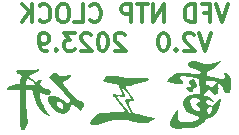
<source format=gbr>
%TF.GenerationSoftware,KiCad,Pcbnew,7.0.2*%
%TF.CreationDate,2023-09-30T04:37:45+09:00*%
%TF.ProjectId,VFD_NTP_CLOCK_V2.0,5646445f-4e54-4505-9f43-4c4f434b5f56,rev?*%
%TF.SameCoordinates,PX5e78920PY6f7ffe8*%
%TF.FileFunction,Legend,Bot*%
%TF.FilePolarity,Positive*%
%FSLAX46Y46*%
G04 Gerber Fmt 4.6, Leading zero omitted, Abs format (unit mm)*
G04 Created by KiCad (PCBNEW 7.0.2) date 2023-09-30 04:37:45*
%MOMM*%
%LPD*%
G01*
G04 APERTURE LIST*
%ADD10C,0.300000*%
G04 APERTURE END LIST*
D10*
X31010713Y59815772D02*
X30510713Y58315772D01*
X30510713Y58315772D02*
X30010713Y59815772D01*
X29010714Y59101486D02*
X29510714Y59101486D01*
X29510714Y58315772D02*
X29510714Y59815772D01*
X29510714Y59815772D02*
X28796428Y59815772D01*
X28225000Y58315772D02*
X28225000Y59815772D01*
X28225000Y59815772D02*
X27867857Y59815772D01*
X27867857Y59815772D02*
X27653571Y59744343D01*
X27653571Y59744343D02*
X27510714Y59601486D01*
X27510714Y59601486D02*
X27439285Y59458629D01*
X27439285Y59458629D02*
X27367857Y59172915D01*
X27367857Y59172915D02*
X27367857Y58958629D01*
X27367857Y58958629D02*
X27439285Y58672915D01*
X27439285Y58672915D02*
X27510714Y58530058D01*
X27510714Y58530058D02*
X27653571Y58387200D01*
X27653571Y58387200D02*
X27867857Y58315772D01*
X27867857Y58315772D02*
X28225000Y58315772D01*
X25582143Y58315772D02*
X25582143Y59815772D01*
X25582143Y59815772D02*
X24725000Y58315772D01*
X24725000Y58315772D02*
X24725000Y59815772D01*
X24224999Y59815772D02*
X23367857Y59815772D01*
X23796428Y58315772D02*
X23796428Y59815772D01*
X22867857Y58315772D02*
X22867857Y59815772D01*
X22867857Y59815772D02*
X22296428Y59815772D01*
X22296428Y59815772D02*
X22153571Y59744343D01*
X22153571Y59744343D02*
X22082142Y59672915D01*
X22082142Y59672915D02*
X22010714Y59530058D01*
X22010714Y59530058D02*
X22010714Y59315772D01*
X22010714Y59315772D02*
X22082142Y59172915D01*
X22082142Y59172915D02*
X22153571Y59101486D01*
X22153571Y59101486D02*
X22296428Y59030058D01*
X22296428Y59030058D02*
X22867857Y59030058D01*
X19367857Y58458629D02*
X19439285Y58387200D01*
X19439285Y58387200D02*
X19653571Y58315772D01*
X19653571Y58315772D02*
X19796428Y58315772D01*
X19796428Y58315772D02*
X20010714Y58387200D01*
X20010714Y58387200D02*
X20153571Y58530058D01*
X20153571Y58530058D02*
X20225000Y58672915D01*
X20225000Y58672915D02*
X20296428Y58958629D01*
X20296428Y58958629D02*
X20296428Y59172915D01*
X20296428Y59172915D02*
X20225000Y59458629D01*
X20225000Y59458629D02*
X20153571Y59601486D01*
X20153571Y59601486D02*
X20010714Y59744343D01*
X20010714Y59744343D02*
X19796428Y59815772D01*
X19796428Y59815772D02*
X19653571Y59815772D01*
X19653571Y59815772D02*
X19439285Y59744343D01*
X19439285Y59744343D02*
X19367857Y59672915D01*
X18010714Y58315772D02*
X18725000Y58315772D01*
X18725000Y58315772D02*
X18725000Y59815772D01*
X17224999Y59815772D02*
X16939285Y59815772D01*
X16939285Y59815772D02*
X16796428Y59744343D01*
X16796428Y59744343D02*
X16653571Y59601486D01*
X16653571Y59601486D02*
X16582142Y59315772D01*
X16582142Y59315772D02*
X16582142Y58815772D01*
X16582142Y58815772D02*
X16653571Y58530058D01*
X16653571Y58530058D02*
X16796428Y58387200D01*
X16796428Y58387200D02*
X16939285Y58315772D01*
X16939285Y58315772D02*
X17224999Y58315772D01*
X17224999Y58315772D02*
X17367857Y58387200D01*
X17367857Y58387200D02*
X17510714Y58530058D01*
X17510714Y58530058D02*
X17582142Y58815772D01*
X17582142Y58815772D02*
X17582142Y59315772D01*
X17582142Y59315772D02*
X17510714Y59601486D01*
X17510714Y59601486D02*
X17367857Y59744343D01*
X17367857Y59744343D02*
X17224999Y59815772D01*
X15082142Y58458629D02*
X15153570Y58387200D01*
X15153570Y58387200D02*
X15367856Y58315772D01*
X15367856Y58315772D02*
X15510713Y58315772D01*
X15510713Y58315772D02*
X15724999Y58387200D01*
X15724999Y58387200D02*
X15867856Y58530058D01*
X15867856Y58530058D02*
X15939285Y58672915D01*
X15939285Y58672915D02*
X16010713Y58958629D01*
X16010713Y58958629D02*
X16010713Y59172915D01*
X16010713Y59172915D02*
X15939285Y59458629D01*
X15939285Y59458629D02*
X15867856Y59601486D01*
X15867856Y59601486D02*
X15724999Y59744343D01*
X15724999Y59744343D02*
X15510713Y59815772D01*
X15510713Y59815772D02*
X15367856Y59815772D01*
X15367856Y59815772D02*
X15153570Y59744343D01*
X15153570Y59744343D02*
X15082142Y59672915D01*
X14439285Y58315772D02*
X14439285Y59815772D01*
X13582142Y58315772D02*
X14224999Y59172915D01*
X13582142Y59815772D02*
X14439285Y58958629D01*
X29582140Y57385772D02*
X29082140Y55885772D01*
X29082140Y55885772D02*
X28582140Y57385772D01*
X28153569Y57242915D02*
X28082141Y57314343D01*
X28082141Y57314343D02*
X27939284Y57385772D01*
X27939284Y57385772D02*
X27582141Y57385772D01*
X27582141Y57385772D02*
X27439284Y57314343D01*
X27439284Y57314343D02*
X27367855Y57242915D01*
X27367855Y57242915D02*
X27296426Y57100058D01*
X27296426Y57100058D02*
X27296426Y56957200D01*
X27296426Y56957200D02*
X27367855Y56742915D01*
X27367855Y56742915D02*
X28224998Y55885772D01*
X28224998Y55885772D02*
X27296426Y55885772D01*
X26653570Y56028629D02*
X26582141Y55957200D01*
X26582141Y55957200D02*
X26653570Y55885772D01*
X26653570Y55885772D02*
X26724998Y55957200D01*
X26724998Y55957200D02*
X26653570Y56028629D01*
X26653570Y56028629D02*
X26653570Y55885772D01*
X25653569Y57385772D02*
X25510712Y57385772D01*
X25510712Y57385772D02*
X25367855Y57314343D01*
X25367855Y57314343D02*
X25296427Y57242915D01*
X25296427Y57242915D02*
X25224998Y57100058D01*
X25224998Y57100058D02*
X25153569Y56814343D01*
X25153569Y56814343D02*
X25153569Y56457200D01*
X25153569Y56457200D02*
X25224998Y56171486D01*
X25224998Y56171486D02*
X25296427Y56028629D01*
X25296427Y56028629D02*
X25367855Y55957200D01*
X25367855Y55957200D02*
X25510712Y55885772D01*
X25510712Y55885772D02*
X25653569Y55885772D01*
X25653569Y55885772D02*
X25796427Y55957200D01*
X25796427Y55957200D02*
X25867855Y56028629D01*
X25867855Y56028629D02*
X25939284Y56171486D01*
X25939284Y56171486D02*
X26010712Y56457200D01*
X26010712Y56457200D02*
X26010712Y56814343D01*
X26010712Y56814343D02*
X25939284Y57100058D01*
X25939284Y57100058D02*
X25867855Y57242915D01*
X25867855Y57242915D02*
X25796427Y57314343D01*
X25796427Y57314343D02*
X25653569Y57385772D01*
X22296427Y57242915D02*
X22224999Y57314343D01*
X22224999Y57314343D02*
X22082142Y57385772D01*
X22082142Y57385772D02*
X21724999Y57385772D01*
X21724999Y57385772D02*
X21582142Y57314343D01*
X21582142Y57314343D02*
X21510713Y57242915D01*
X21510713Y57242915D02*
X21439284Y57100058D01*
X21439284Y57100058D02*
X21439284Y56957200D01*
X21439284Y56957200D02*
X21510713Y56742915D01*
X21510713Y56742915D02*
X22367856Y55885772D01*
X22367856Y55885772D02*
X21439284Y55885772D01*
X20510713Y57385772D02*
X20367856Y57385772D01*
X20367856Y57385772D02*
X20224999Y57314343D01*
X20224999Y57314343D02*
X20153571Y57242915D01*
X20153571Y57242915D02*
X20082142Y57100058D01*
X20082142Y57100058D02*
X20010713Y56814343D01*
X20010713Y56814343D02*
X20010713Y56457200D01*
X20010713Y56457200D02*
X20082142Y56171486D01*
X20082142Y56171486D02*
X20153571Y56028629D01*
X20153571Y56028629D02*
X20224999Y55957200D01*
X20224999Y55957200D02*
X20367856Y55885772D01*
X20367856Y55885772D02*
X20510713Y55885772D01*
X20510713Y55885772D02*
X20653571Y55957200D01*
X20653571Y55957200D02*
X20724999Y56028629D01*
X20724999Y56028629D02*
X20796428Y56171486D01*
X20796428Y56171486D02*
X20867856Y56457200D01*
X20867856Y56457200D02*
X20867856Y56814343D01*
X20867856Y56814343D02*
X20796428Y57100058D01*
X20796428Y57100058D02*
X20724999Y57242915D01*
X20724999Y57242915D02*
X20653571Y57314343D01*
X20653571Y57314343D02*
X20510713Y57385772D01*
X19439285Y57242915D02*
X19367857Y57314343D01*
X19367857Y57314343D02*
X19225000Y57385772D01*
X19225000Y57385772D02*
X18867857Y57385772D01*
X18867857Y57385772D02*
X18725000Y57314343D01*
X18725000Y57314343D02*
X18653571Y57242915D01*
X18653571Y57242915D02*
X18582142Y57100058D01*
X18582142Y57100058D02*
X18582142Y56957200D01*
X18582142Y56957200D02*
X18653571Y56742915D01*
X18653571Y56742915D02*
X19510714Y55885772D01*
X19510714Y55885772D02*
X18582142Y55885772D01*
X18082143Y57385772D02*
X17153571Y57385772D01*
X17153571Y57385772D02*
X17653571Y56814343D01*
X17653571Y56814343D02*
X17439286Y56814343D01*
X17439286Y56814343D02*
X17296429Y56742915D01*
X17296429Y56742915D02*
X17225000Y56671486D01*
X17225000Y56671486D02*
X17153571Y56528629D01*
X17153571Y56528629D02*
X17153571Y56171486D01*
X17153571Y56171486D02*
X17225000Y56028629D01*
X17225000Y56028629D02*
X17296429Y55957200D01*
X17296429Y55957200D02*
X17439286Y55885772D01*
X17439286Y55885772D02*
X17867857Y55885772D01*
X17867857Y55885772D02*
X18010714Y55957200D01*
X18010714Y55957200D02*
X18082143Y56028629D01*
X16510715Y56028629D02*
X16439286Y55957200D01*
X16439286Y55957200D02*
X16510715Y55885772D01*
X16510715Y55885772D02*
X16582143Y55957200D01*
X16582143Y55957200D02*
X16510715Y56028629D01*
X16510715Y56028629D02*
X16510715Y55885772D01*
X15725000Y55885772D02*
X15439286Y55885772D01*
X15439286Y55885772D02*
X15296429Y55957200D01*
X15296429Y55957200D02*
X15225000Y56028629D01*
X15225000Y56028629D02*
X15082143Y56242915D01*
X15082143Y56242915D02*
X15010714Y56528629D01*
X15010714Y56528629D02*
X15010714Y57100058D01*
X15010714Y57100058D02*
X15082143Y57242915D01*
X15082143Y57242915D02*
X15153572Y57314343D01*
X15153572Y57314343D02*
X15296429Y57385772D01*
X15296429Y57385772D02*
X15582143Y57385772D01*
X15582143Y57385772D02*
X15725000Y57314343D01*
X15725000Y57314343D02*
X15796429Y57242915D01*
X15796429Y57242915D02*
X15867857Y57100058D01*
X15867857Y57100058D02*
X15867857Y56742915D01*
X15867857Y56742915D02*
X15796429Y56600058D01*
X15796429Y56600058D02*
X15725000Y56528629D01*
X15725000Y56528629D02*
X15582143Y56457200D01*
X15582143Y56457200D02*
X15296429Y56457200D01*
X15296429Y56457200D02*
X15153572Y56528629D01*
X15153572Y56528629D02*
X15082143Y56600058D01*
X15082143Y56600058D02*
X15010714Y56742915D01*
%TO.C,G\u002A\u002A\u002A*%
G36*
X28230945Y53431094D02*
G01*
X28278990Y53341287D01*
X28297581Y53256474D01*
X28366778Y53125263D01*
X28389497Y53093784D01*
X28445991Y52960539D01*
X28399999Y52855309D01*
X28244630Y52757335D01*
X28135004Y52697895D01*
X28067217Y52622676D01*
X28070169Y52524181D01*
X28078358Y52450105D01*
X28030976Y52394348D01*
X27904639Y52413226D01*
X27693515Y52506465D01*
X27654211Y52526802D01*
X27493039Y52624049D01*
X27441094Y52695724D01*
X27497174Y52752586D01*
X27660075Y52805394D01*
X27813452Y52849015D01*
X27905599Y52900413D01*
X27900673Y52965920D01*
X27808926Y53063292D01*
X27712615Y53178670D01*
X27711656Y53283713D01*
X27823558Y53372960D01*
X27927210Y53417962D01*
X28106194Y53457173D01*
X28230945Y53431094D01*
G37*
G36*
X17681890Y51085510D02*
G01*
X17629139Y50989191D01*
X17485186Y50789570D01*
X17336714Y50650003D01*
X17327773Y50644015D01*
X17155287Y50551341D01*
X16997610Y50529494D01*
X16820968Y50581145D01*
X16591587Y50708969D01*
X16553090Y50733299D01*
X16354001Y50875038D01*
X16198185Y51027303D01*
X16056844Y51222856D01*
X15901179Y51494463D01*
X15900390Y51496130D01*
X16513535Y51496130D01*
X16520337Y51457355D01*
X16583484Y51325736D01*
X16688070Y51178175D01*
X16803475Y51060660D01*
X16873049Y51016007D01*
X16993977Y50995426D01*
X17073753Y51052535D01*
X17102093Y51162699D01*
X17068714Y51301280D01*
X16963334Y51443643D01*
X16943686Y51460775D01*
X16811948Y51534956D01*
X16671253Y51568503D01*
X16559237Y51557025D01*
X16513535Y51496130D01*
X15900390Y51496130D01*
X15811690Y51683479D01*
X15776769Y51848685D01*
X15824264Y51960936D01*
X15956019Y52038519D01*
X16098840Y52064592D01*
X16349409Y52037156D01*
X16635357Y51944619D01*
X16928665Y51796770D01*
X17201313Y51603400D01*
X17233960Y51577015D01*
X17366217Y51489260D01*
X17461315Y51453845D01*
X17524801Y51467256D01*
X17635258Y51549990D01*
X17684041Y51664816D01*
X17647819Y51733678D01*
X17543528Y51872152D01*
X17385072Y52063527D01*
X17186395Y52292061D01*
X16961440Y52542015D01*
X16724150Y52797648D01*
X16488470Y53043220D01*
X16268341Y53262989D01*
X15858956Y53660384D01*
X16082529Y53844672D01*
X16160487Y53905958D01*
X16290355Y53994260D01*
X16369186Y54028960D01*
X16390495Y54024437D01*
X16495414Y53971302D01*
X16633846Y53877580D01*
X16694070Y53834094D01*
X16819065Y53767774D01*
X16956389Y53746941D01*
X17157313Y53760086D01*
X17282750Y53774835D01*
X17478117Y53803612D01*
X17610885Y53830504D01*
X17679648Y53842734D01*
X17735969Y53817629D01*
X17719723Y53746339D01*
X17643967Y53644780D01*
X17521757Y53528869D01*
X17366149Y53414523D01*
X17190200Y53317658D01*
X17087753Y53255138D01*
X17040263Y53190986D01*
X17059514Y53134175D01*
X17148978Y52994608D01*
X17298470Y52802692D01*
X17493686Y52575564D01*
X17720322Y52330363D01*
X17964073Y52084226D01*
X17983684Y52065180D01*
X18201193Y51861608D01*
X18357401Y51734445D01*
X18467165Y51673018D01*
X18545341Y51666653D01*
X18644211Y51663895D01*
X18759915Y51562909D01*
X18772286Y51544686D01*
X18846473Y51359042D01*
X18813784Y51175986D01*
X18671523Y50977668D01*
X18488498Y50781738D01*
X18217952Y51088550D01*
X18211793Y51095517D01*
X18069926Y51246340D01*
X17954106Y51352681D01*
X17888880Y51391908D01*
X17849756Y51361441D01*
X17771605Y51250002D01*
X17723989Y51162699D01*
X17681890Y51085510D01*
G37*
G36*
X15143567Y53032210D02*
G01*
X15198096Y52950679D01*
X15326329Y52828380D01*
X15429801Y52740707D01*
X15591913Y52650117D01*
X15766221Y52624631D01*
X15886424Y52617946D01*
X15977271Y52576629D01*
X16021489Y52477278D01*
X16033566Y52410715D01*
X16006671Y52260886D01*
X15892493Y52180630D01*
X15698163Y52172806D01*
X15430816Y52240279D01*
X15387629Y52254492D01*
X15231489Y52286344D01*
X15143070Y52270615D01*
X15141884Y52269434D01*
X15112225Y52163454D01*
X15134995Y51981654D01*
X15200705Y51746973D01*
X15299864Y51482350D01*
X15422983Y51210723D01*
X15560570Y50955030D01*
X15703136Y50738211D01*
X15841190Y50583203D01*
X15964069Y50459096D01*
X15988758Y50386542D01*
X15910312Y50369155D01*
X15728439Y50406478D01*
X15521935Y50491412D01*
X15250604Y50707058D01*
X15013390Y51032583D01*
X14809703Y51468859D01*
X14638954Y52016756D01*
X14624300Y52072310D01*
X14559847Y52283905D01*
X14497853Y52443283D01*
X14449965Y52519463D01*
X14443948Y52522992D01*
X14331545Y52549408D01*
X14172521Y52551838D01*
X13967682Y52536564D01*
X13967682Y51541633D01*
X13971976Y51147111D01*
X13987202Y50743572D01*
X14012380Y50419023D01*
X14046407Y50192365D01*
X14075404Y50053169D01*
X14095727Y49886313D01*
X14080904Y49754379D01*
X14029543Y49609253D01*
X14011184Y49567229D01*
X13922932Y49397457D01*
X13839329Y49275918D01*
X13727358Y49195428D01*
X13590961Y49177652D01*
X13488302Y49244513D01*
X13487501Y49245979D01*
X13475138Y49328532D01*
X13464022Y49511287D01*
X13454599Y49778382D01*
X13447316Y50113959D01*
X13442619Y50502157D01*
X13440954Y50927117D01*
X13440954Y52536564D01*
X12914226Y52536564D01*
X12680389Y52537979D01*
X12517272Y52546145D01*
X12426517Y52566624D01*
X12384849Y52604973D01*
X12368992Y52666750D01*
X12367335Y52698823D01*
X12425568Y52829889D01*
X12576074Y52936230D01*
X12799169Y53007614D01*
X13075170Y53033810D01*
X13411691Y53034029D01*
X13411691Y53207735D01*
X13938154Y53207735D01*
X13956555Y53077522D01*
X14011576Y53007748D01*
X14016536Y53006227D01*
X14235227Y52959900D01*
X14431153Y52953465D01*
X14581280Y52982536D01*
X14662575Y53042730D01*
X14652007Y53129662D01*
X14578269Y53204832D01*
X14436659Y53303339D01*
X14272061Y53393597D01*
X14123184Y53454724D01*
X14028740Y53465843D01*
X14003704Y53449077D01*
X13954496Y53348287D01*
X13938154Y53207735D01*
X13411691Y53207735D01*
X13411691Y53225846D01*
X13437110Y53394672D01*
X13502870Y53547838D01*
X13543454Y53613841D01*
X13559846Y53711170D01*
X13488970Y53795248D01*
X13318315Y53889221D01*
X13216815Y53943917D01*
X13139456Y54026175D01*
X13130594Y54139520D01*
X13138616Y54194573D01*
X13165121Y54250000D01*
X13231609Y54278411D01*
X13363764Y54288127D01*
X13587267Y54287468D01*
X13837730Y54282310D01*
X14093807Y54272887D01*
X14289571Y54261402D01*
X14331785Y54258770D01*
X14574329Y54262051D01*
X14801668Y54288369D01*
X14868303Y54299522D01*
X14998653Y54306980D01*
X15048591Y54285173D01*
X15044945Y54270680D01*
X14974668Y54187260D01*
X14839440Y54079519D01*
X14671463Y53969090D01*
X14502938Y53877603D01*
X14366068Y53826691D01*
X14327962Y53817771D01*
X14229975Y53773754D01*
X14221321Y53707206D01*
X14305987Y53606081D01*
X14487957Y53458338D01*
X14505733Y53444964D01*
X14678976Y53325616D01*
X14802161Y53279151D01*
X14909840Y53301066D01*
X15036565Y53386860D01*
X15142179Y53452514D01*
X15232959Y53456014D01*
X15255707Y53373136D01*
X15199628Y53215240D01*
X15150181Y53111322D01*
X15144447Y53042730D01*
X15143567Y53032210D01*
G37*
G36*
X23240914Y50565480D02*
G01*
X23430660Y50524091D01*
X23731478Y50457912D01*
X24037780Y50380619D01*
X24374717Y50283338D01*
X24556908Y50242428D01*
X24730747Y50224813D01*
X24765580Y50223915D01*
X24860580Y50196953D01*
X24847587Y50134524D01*
X24728600Y50039385D01*
X24505620Y49914295D01*
X24235917Y49803547D01*
X23921771Y49748204D01*
X23578479Y49770863D01*
X23176117Y49870539D01*
X23099758Y49892382D01*
X22829766Y49952736D01*
X22515532Y50005536D01*
X22210449Y50041340D01*
X21920590Y50060915D01*
X21653062Y50060633D01*
X21392577Y50033542D01*
X21081845Y49976342D01*
X20977998Y49953575D01*
X20691592Y49879542D01*
X20427885Y49797156D01*
X20233228Y49720396D01*
X20160253Y49689153D01*
X19937977Y49626115D01*
X19712390Y49598287D01*
X19520826Y49608412D01*
X19400619Y49659233D01*
X19389520Y49675116D01*
X19389910Y49784055D01*
X19451877Y49943511D01*
X19558629Y50127284D01*
X19693371Y50309176D01*
X19839309Y50462987D01*
X19979648Y50562520D01*
X20008271Y50573177D01*
X20169717Y50603879D01*
X20436391Y50631469D01*
X20799412Y50655169D01*
X21249900Y50674197D01*
X21593023Y50688094D01*
X21908275Y50706183D01*
X22152402Y50726265D01*
X22310102Y50747066D01*
X22366069Y50767308D01*
X22351050Y50800613D01*
X22280126Y50907120D01*
X22171056Y51054940D01*
X22046278Y51214830D01*
X21928228Y51357546D01*
X21839341Y51453845D01*
X21801621Y51494933D01*
X21703155Y51612216D01*
X21576827Y51768088D01*
X21448297Y51930391D01*
X21403647Y51988430D01*
X21644540Y51988430D01*
X21688325Y51906347D01*
X21792025Y51758346D01*
X21942741Y51562115D01*
X22127575Y51335339D01*
X22137437Y51323556D01*
X22400654Y51013117D01*
X22597312Y50790502D01*
X22732045Y50650899D01*
X22809488Y50589498D01*
X22834272Y50601485D01*
X22822354Y50636389D01*
X22766931Y50759042D01*
X22676608Y50945182D01*
X22562822Y51170823D01*
X22516323Y51262252D01*
X22410342Y51482268D01*
X22355048Y51625235D01*
X22344465Y51709456D01*
X22372615Y51753234D01*
X22435691Y51777550D01*
X22571394Y51778752D01*
X22648108Y51771849D01*
X22768970Y51800809D01*
X22781318Y51809795D01*
X22801303Y51865728D01*
X22761902Y51966564D01*
X22655438Y52134894D01*
X22642479Y52153889D01*
X22476626Y52387353D01*
X22317495Y52595770D01*
X22179909Y52761238D01*
X22078696Y52865857D01*
X22028679Y52891723D01*
X22027679Y52890302D01*
X22036878Y52819403D01*
X22082003Y52672697D01*
X22153997Y52479944D01*
X22157074Y52472246D01*
X22232994Y52273340D01*
X22286988Y52115303D01*
X22307544Y52031739D01*
X22296032Y52010112D01*
X22196823Y51991124D01*
X21991277Y52006601D01*
X21863069Y52018258D01*
X21714872Y52017662D01*
X21644814Y51997258D01*
X21644540Y51988430D01*
X21403647Y51988430D01*
X21343229Y52066965D01*
X21287283Y52145654D01*
X21279183Y52175578D01*
X21320617Y52198216D01*
X21440611Y52199744D01*
X21657755Y52181986D01*
X21872556Y52167697D01*
X22019397Y52172117D01*
X22073442Y52194728D01*
X22073238Y52201284D01*
X22046437Y52321619D01*
X21986309Y52498801D01*
X21909631Y52690603D01*
X21833180Y52854794D01*
X21773733Y52949144D01*
X21728565Y52976346D01*
X21580921Y53030939D01*
X21365475Y53091884D01*
X21111283Y53150358D01*
X20941190Y53186326D01*
X20723020Y53235777D01*
X20568171Y53275085D01*
X20502402Y53298004D01*
X20496033Y53364310D01*
X20548328Y53481912D01*
X20640896Y53609306D01*
X20750856Y53708674D01*
X20776607Y53726004D01*
X20815983Y53750670D01*
X20860528Y53767783D01*
X20924126Y53776545D01*
X21020656Y53776157D01*
X21163999Y53765820D01*
X21368036Y53744736D01*
X21646648Y53712106D01*
X22013715Y53667132D01*
X22483120Y53609015D01*
X22673451Y53590266D01*
X22998415Y53569960D01*
X23355570Y53557549D01*
X23696097Y53555200D01*
X23939101Y53556523D01*
X24167748Y53552404D01*
X24307201Y53540132D01*
X24373222Y53518085D01*
X24381574Y53484641D01*
X24331546Y53420146D01*
X24170301Y53319901D01*
X23918454Y53218459D01*
X23591434Y53121707D01*
X23204670Y53035534D01*
X22976967Y52991458D01*
X22712596Y52937990D01*
X22535996Y52897634D01*
X22430538Y52865927D01*
X22379597Y52838408D01*
X22366545Y52810615D01*
X22389697Y52765986D01*
X22470409Y52643617D01*
X22595335Y52465862D01*
X22750155Y52253520D01*
X22878613Y52074315D01*
X23005054Y51883089D01*
X23086952Y51740637D01*
X23110788Y51668876D01*
X23107775Y51662414D01*
X23027054Y51624130D01*
X22873380Y51619893D01*
X22775267Y51622579D01*
X22657274Y51587828D01*
X22619138Y51493017D01*
X22659004Y51328017D01*
X22775018Y51082696D01*
X22833235Y50973104D01*
X22935780Y50789458D01*
X23020134Y50675449D01*
X23112959Y50608361D01*
X23133477Y50601485D01*
X23240914Y50565480D01*
G37*
G36*
X31320666Y52924034D02*
G01*
X31291543Y52632254D01*
X31199149Y52427406D01*
X31099531Y52329347D01*
X30945305Y52273589D01*
X30798840Y52323112D01*
X30674084Y52471451D01*
X30584983Y52712140D01*
X30512403Y52900527D01*
X30402330Y53039461D01*
X30280538Y53092555D01*
X30234478Y53075086D01*
X30217348Y52996484D01*
X30234467Y52830536D01*
X30241770Y52761924D01*
X30229710Y52543006D01*
X30172884Y52348578D01*
X30083227Y52209379D01*
X29972669Y52156149D01*
X29896013Y52187756D01*
X29765894Y52288409D01*
X29621090Y52434144D01*
X29608866Y52447936D01*
X29478531Y52589724D01*
X29399791Y52654343D01*
X29350586Y52653407D01*
X29308858Y52598529D01*
X29225067Y52479997D01*
X29108406Y52344427D01*
X29063428Y52294506D01*
X29012127Y52199540D01*
X29042415Y52121517D01*
X29093389Y52079355D01*
X29223607Y52039098D01*
X29224537Y52039097D01*
X29414815Y51993535D01*
X29610541Y51878967D01*
X29757788Y51726908D01*
X29782591Y51686211D01*
X29819370Y51575905D01*
X29774678Y51540042D01*
X29657146Y51590334D01*
X29562820Y51641881D01*
X29410221Y51700416D01*
X29363609Y51709821D01*
X29231609Y51696749D01*
X29224241Y51687946D01*
X29172187Y51625755D01*
X29184552Y51523086D01*
X29267910Y51414988D01*
X29421470Y51327705D01*
X29452223Y51316060D01*
X29573905Y51257004D01*
X29623212Y51209823D01*
X29645310Y51178325D01*
X29714301Y51200920D01*
X29796234Y51269815D01*
X29855721Y51361869D01*
X29871941Y51393296D01*
X29961752Y51498965D01*
X30093033Y51613797D01*
X30234731Y51714802D01*
X30355792Y51778994D01*
X30425161Y51783386D01*
X30431725Y51772605D01*
X30433796Y51669362D01*
X30400414Y51494829D01*
X30339632Y51278590D01*
X30259508Y51050229D01*
X30250820Y51030184D01*
X30168095Y50839329D01*
X30106756Y50721093D01*
X29922685Y50447947D01*
X29723179Y50276109D01*
X29496011Y50193835D01*
X29454276Y50185855D01*
X29300995Y50140134D01*
X29211451Y50087485D01*
X29200371Y50073772D01*
X29118391Y49971769D01*
X29010258Y49836758D01*
X28926208Y49744753D01*
X28706894Y49586951D01*
X28411020Y49466504D01*
X28019134Y49374336D01*
X27930722Y49360099D01*
X27648148Y49327799D01*
X27323936Y49304221D01*
X27012095Y49293689D01*
X26823371Y49293086D01*
X26603415Y49299255D01*
X26455509Y49317898D01*
X26352166Y49353290D01*
X26265897Y49409706D01*
X26180399Y49494299D01*
X26119772Y49634562D01*
X26132015Y49813139D01*
X26219131Y50046088D01*
X26383123Y50349463D01*
X26399497Y50377168D01*
X26554617Y50634138D01*
X26662238Y50792738D01*
X26731145Y50856487D01*
X26770119Y50828902D01*
X26787945Y50713502D01*
X26793404Y50513805D01*
X26803841Y50278181D01*
X26837016Y50103683D01*
X26898037Y49994851D01*
X26928579Y49966542D01*
X27104364Y49882592D01*
X27350783Y49835664D01*
X27635970Y49825411D01*
X27928056Y49851488D01*
X28195172Y49913548D01*
X28405453Y50011243D01*
X28471837Y50058160D01*
X28596370Y50176769D01*
X28609673Y50268743D01*
X28509874Y50340665D01*
X28295099Y50399118D01*
X28244875Y50409298D01*
X27926949Y50492799D01*
X27698018Y50599045D01*
X27533435Y50743071D01*
X27512967Y50775333D01*
X29282641Y50775333D01*
X29284228Y50757608D01*
X29322784Y50593484D01*
X29399793Y50529027D01*
X29492725Y50550449D01*
X29579750Y50675641D01*
X29650201Y50912485D01*
X29669182Y51030184D01*
X29644889Y51090028D01*
X29554705Y51101797D01*
X29531216Y51101345D01*
X29369993Y51066657D01*
X29292192Y50964055D01*
X29282641Y50775333D01*
X27512967Y50775333D01*
X27408558Y50939908D01*
X27340080Y51089278D01*
X27244527Y51401978D01*
X27245973Y51651160D01*
X27277481Y51711046D01*
X27853130Y51711046D01*
X27864167Y51545382D01*
X27916606Y51345163D01*
X27998671Y51144512D01*
X28098587Y50977557D01*
X28204578Y50878422D01*
X28258867Y50853231D01*
X28420404Y50799957D01*
X28565490Y50776473D01*
X28648855Y50791623D01*
X28685045Y50871085D01*
X28643769Y51003513D01*
X28506699Y51186701D01*
X28433496Y51276830D01*
X28370754Y51405979D01*
X28407665Y51498357D01*
X28546178Y51573057D01*
X28638446Y51623302D01*
X28686806Y51687946D01*
X28646715Y51750024D01*
X28522148Y51808237D01*
X28347957Y51847438D01*
X28160017Y51862582D01*
X27994201Y51848624D01*
X27886384Y51800519D01*
X27853130Y51711046D01*
X27277481Y51711046D01*
X27344327Y51838095D01*
X27344885Y51838689D01*
X27572021Y52022351D01*
X27851609Y52134425D01*
X28210291Y52185601D01*
X28390390Y52200558D01*
X28545983Y52222617D01*
X28619969Y52245382D01*
X28627285Y52259683D01*
X28641328Y52368488D01*
X28644780Y52551766D01*
X28639209Y52778111D01*
X28626183Y53016118D01*
X28620827Y53077923D01*
X29176002Y53077923D01*
X29176122Y52985698D01*
X29190296Y52852340D01*
X29218059Y52799928D01*
X29238937Y52812204D01*
X29234699Y52887716D01*
X29231708Y52938215D01*
X29292606Y52972734D01*
X29403698Y52955212D01*
X29531979Y52885855D01*
X29538922Y52880610D01*
X29629297Y52820835D01*
X29702061Y52814447D01*
X29790766Y52871146D01*
X29928965Y53000631D01*
X30135623Y53201335D01*
X29968741Y53270460D01*
X29899824Y53292800D01*
X29707102Y53329600D01*
X29493066Y53347751D01*
X29184272Y53355919D01*
X29176002Y53077923D01*
X28620827Y53077923D01*
X28607269Y53234380D01*
X28584035Y53401494D01*
X28558047Y53486052D01*
X28547969Y53497802D01*
X28513200Y53526621D01*
X28455323Y53551116D01*
X28355754Y53575224D01*
X28195905Y53602884D01*
X27957191Y53638035D01*
X27621025Y53684615D01*
X27382499Y53714161D01*
X27202350Y53725702D01*
X27090155Y53714290D01*
X27021140Y53679722D01*
X26986595Y53649622D01*
X26939676Y53579739D01*
X26976584Y53510972D01*
X27106622Y53414444D01*
X27125469Y53401593D01*
X27253419Y53283082D01*
X27267618Y53182341D01*
X27168995Y53094614D01*
X26954672Y53039616D01*
X26651120Y53058883D01*
X26263482Y53153644D01*
X26182091Y53178982D01*
X26014435Y53236435D01*
X25932312Y53282412D01*
X25915712Y53332522D01*
X25944623Y53402376D01*
X25989451Y53475923D01*
X26197849Y53697512D01*
X26482891Y53883912D01*
X26813995Y54013622D01*
X26837955Y54018660D01*
X26995261Y54028959D01*
X27230058Y54025786D01*
X27511718Y54011430D01*
X27809613Y53988182D01*
X28093113Y53958331D01*
X28331591Y53924168D01*
X28494418Y53887983D01*
X28573689Y53886471D01*
X28677807Y53977772D01*
X28719323Y54064683D01*
X28702619Y54134554D01*
X28603908Y54192746D01*
X28406723Y54256170D01*
X28252847Y54302028D01*
X27941335Y54415623D01*
X27740715Y54528376D01*
X27646710Y54644585D01*
X27655043Y54768547D01*
X27761437Y54904560D01*
X27790366Y54928961D01*
X27995121Y55012066D01*
X28270724Y55004685D01*
X28614278Y54906811D01*
X28717284Y54872366D01*
X29068829Y54803875D01*
X29450537Y54787065D01*
X29817326Y54821892D01*
X30124109Y54908311D01*
X30228116Y54950519D01*
X30361803Y54995773D01*
X30423881Y55003560D01*
X30426730Y54997250D01*
X30389193Y54930300D01*
X30281917Y54815821D01*
X30125555Y54671456D01*
X29940760Y54514846D01*
X29748184Y54363635D01*
X29568481Y54235464D01*
X29422302Y54147975D01*
X29288632Y54050179D01*
X29242797Y53917042D01*
X29253407Y53841060D01*
X29303296Y53787154D01*
X29417927Y53744469D01*
X29622753Y53698356D01*
X29812331Y53657029D01*
X30024725Y53604785D01*
X30172845Y53561542D01*
X30340666Y53521247D01*
X30537973Y53502232D01*
X30612098Y53505195D01*
X30718378Y53542779D01*
X30768318Y53643094D01*
X30775371Y53755296D01*
X30733869Y53914384D01*
X30695793Y53995572D01*
X30717716Y54025775D01*
X30831312Y54005128D01*
X30861325Y53997206D01*
X31041313Y53899562D01*
X31169449Y53718956D01*
X31257216Y53440153D01*
X31285831Y53290764D01*
X31294326Y53201335D01*
X31320666Y52924034D01*
G37*
%TD*%
M02*

</source>
